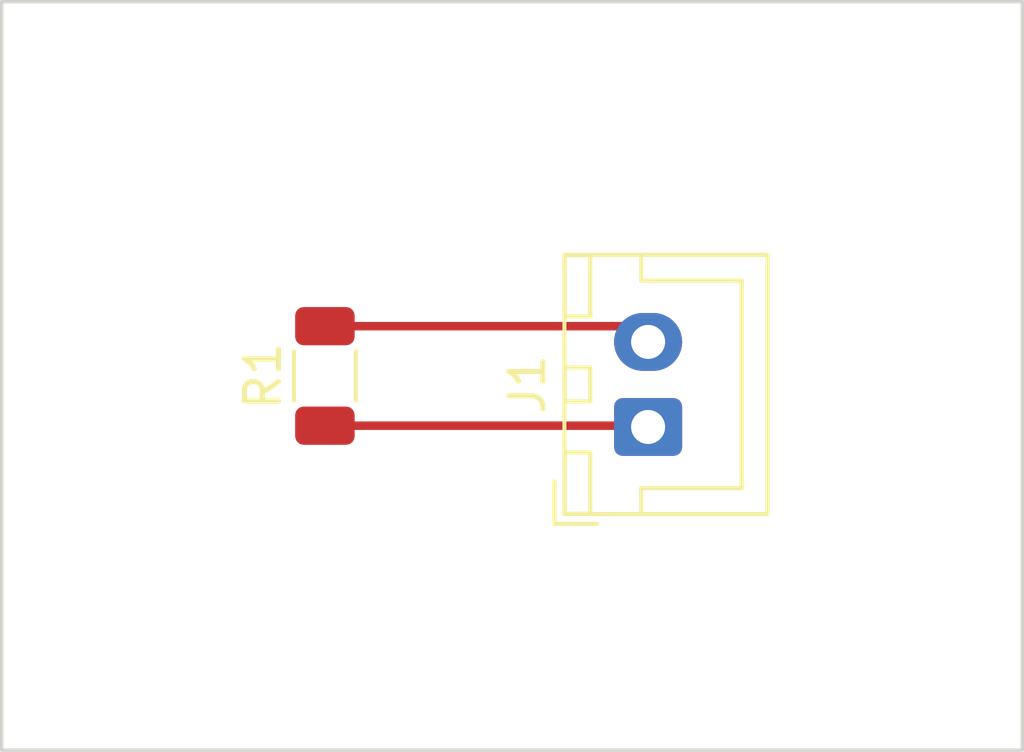
<source format=kicad_pcb>
(kicad_pcb (version 20210108) (generator pcbnew)
  (layers (0 "F.Cu" signal) (31 "B.Cu" signal) (34 "B.Paste" user) (35 "F.Paste" user) (36 "B.SilkS" user "B.Silkscreen") (37 "F.SilkS" user "F.Silkscreen") (38 "B.Mask" user) (39 "F.Mask" user) (44 "Edge.Cuts" user))
  (net 0 "")
  (net 1 "Net-(J1-Pad2)")
  (net 2 "Net-(J1-Pad1)")
  (footprint "Connector_JST:JST_XH_B2B-XH-A_1x02_P2.50mm_Vertical" (layer "F.Cu") (at 52.5 42 90)
    (fp_text reference "J1" (at 1.25 -3.55 90) (layer "F.SilkS"))
    (fp_text value "Conn_01x02")
    (fp_line (start -1.6 -2.75) (end -2.85 -2.75) (layer "F.SilkS") (width 0.12))
    (fp_line (start -2.55 -2.45) (end -2.55 -1.7) (layer "F.SilkS") (width 0.12))
    (fp_line (start 1.75 -1.7) (end 1.75 -2.45) (layer "F.SilkS") (width 0.12))
    (fp_line (start -1.8 2.75) (end 1.25 2.75) (layer "F.SilkS") (width 0.12))
    (fp_line (start 0.75 -1.7) (end 1.75 -1.7) (layer "F.SilkS") (width 0.12))
    (fp_line (start 3.25 -1.7) (end 5.05 -1.7) (layer "F.SilkS") (width 0.12))
    (fp_line (start 4.3 -0.2) (end 4.3 2.75) (layer "F.SilkS") (width 0.12))
    (fp_line (start 5.05 -1.7) (end 5.05 -2.45) (layer "F.SilkS") (width 0.12))
    (fp_line (start -0.75 -1.7) (end -0.75 -2.45) (layer "F.SilkS") (width 0.12))
    (fp_line (start 5.05 -0.2) (end 4.3 -0.2) (layer "F.SilkS") (width 0.12))
    (fp_line (start -1.8 -0.2) (end -1.8 2.75) (layer "F.SilkS") (width 0.12))
    (fp_line (start 3.25 -2.45) (end 3.25 -1.7) (layer "F.SilkS") (width 0.12))
    (fp_line (start 1.75 -2.45) (end 0.75 -2.45) (layer "F.SilkS") (width 0.12))
    (fp_line (start -2.85 -2.75) (end -2.85 -1.5) (layer "F.SilkS") (width 0.12))
    (fp_line (start 4.3 2.75) (end 1.25 2.75) (layer "F.SilkS") (width 0.12))
    (fp_line (start 5.06 -2.46) (end -2.56 -2.46) (layer "F.SilkS") (width 0.12))
    (fp_line (start -2.55 -1.7) (end -0.75 -1.7) (layer "F.SilkS") (width 0.12))
    (fp_line (start -0.75 -2.45) (end -2.55 -2.45) (layer "F.SilkS") (width 0.12))
    (fp_line (start 0.75 -2.45) (end 0.75 -1.7) (layer "F.SilkS") (width 0.12))
    (fp_line (start 5.06 3.51) (end 5.06 -2.46) (layer "F.SilkS") (width 0.12))
    (fp_line (start -2.56 3.51) (end 5.06 3.51) (layer "F.SilkS") (width 0.12))
    (fp_line (start -2.56 -2.46) (end -2.56 3.51) (layer "F.SilkS") (width 0.12))
    (fp_line (start 5.05 -2.45) (end 3.25 -2.45) (layer "F.SilkS") (width 0.12))
    (fp_line (start -2.55 -0.2) (end -1.8 -0.2) (layer "F.SilkS") (width 0.12))
    (pad "1" thru_hole roundrect (at 0 0 90) (size 1.7 2) (drill 1) (layers *.Cu *.Mask) (roundrect_rratio 0.147059) (net 2 "Net-(J1-Pad1)"))
    (pad "2" thru_hole oval (at 2.5 0 90) (size 1.7 2) (drill 1) (layers *.Cu *.Mask) (net 1 "Net-(J1-Pad2)"))
  )
  (footprint "Resistor_SMD:R_1206_3216Metric" (layer "F.Cu") (at 43 40.5 90)
    (fp_text reference "R1" (at 0 -1.82 90) (layer "F.SilkS"))
    (fp_text value "R")
    (fp_line (start -0.727064 0.91) (end 0.727064 0.91) (layer "F.SilkS") (width 0.12))
    (fp_line (start -0.727064 -0.91) (end 0.727064 -0.91) (layer "F.SilkS") (width 0.12))
    (pad "1" smd roundrect (at -1.4625 0 90) (size 1.125 1.75) (layers "F.Cu" "F.Paste" "F.Mask") (roundrect_rratio 0.222222) (net 2 "Net-(J1-Pad1)"))
    (pad "2" smd roundrect (at 1.4625 0 90) (size 1.125 1.75) (layers "F.Cu" "F.Paste" "F.Mask") (roundrect_rratio 0.222222) (net 1 "Net-(J1-Pad2)"))
  )
  (gr_rect (start 33.5 29.5) (end 63.5 51.5) (layer "Edge.Cuts") (width 0.1) (fill none))
  (segment (start 52.0375 39.0375) (end 52.5 39.5) (width 0.25) (layer "F.Cu") (net 1))
  (segment (start 43 39.0375) (end 52.0375 39.0375) (width 0.25) (layer "F.Cu") (net 1))
  (segment (start 52.4625 41.9625) (end 52.5 42) (width 0.25) (layer "F.Cu") (net 2))
  (segment (start 43 41.9625) (end 52.4625 41.9625) (width 0.25) (layer "F.Cu") (net 2))
)
</source>
